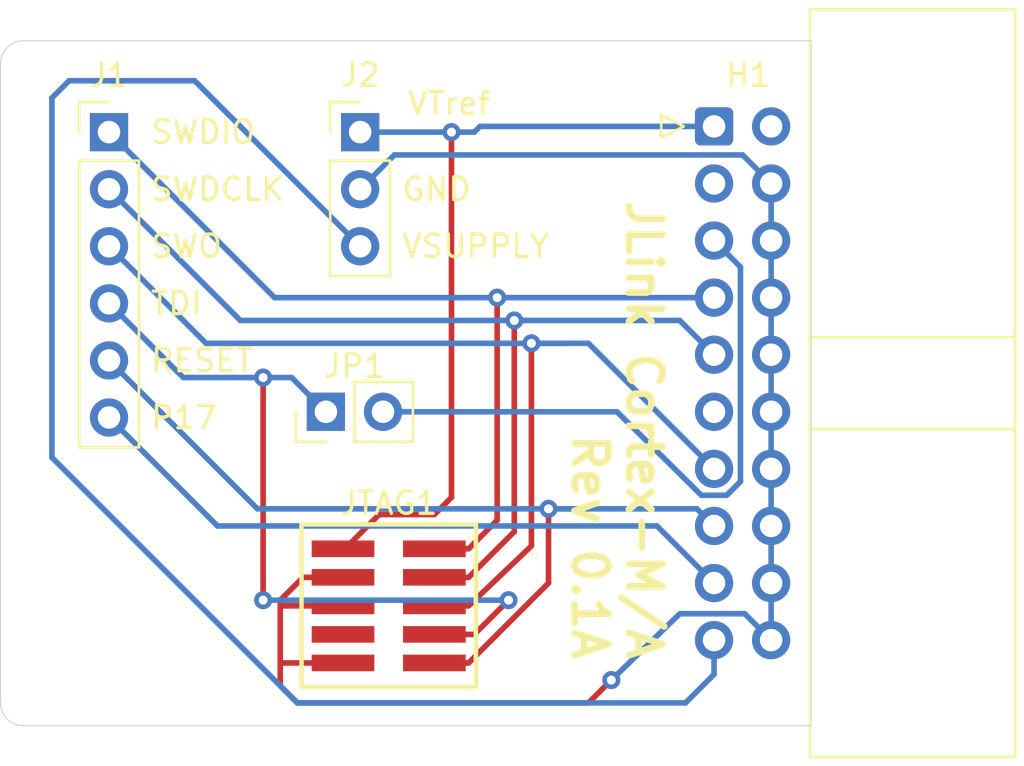
<source format=kicad_pcb>
(kicad_pcb (version 20171130) (host pcbnew "(5.1.6)-1")

  (general
    (thickness 1.6)
    (drawings 17)
    (tracks 94)
    (zones 0)
    (modules 5)
    (nets 15)
  )

  (page A4)
  (layers
    (0 F.Cu signal)
    (31 B.Cu signal)
    (33 F.Adhes user hide)
    (35 F.Paste user hide)
    (37 F.SilkS user)
    (38 B.Mask user hide)
    (39 F.Mask user hide)
    (40 Dwgs.User user hide)
    (41 Cmts.User user hide)
    (42 Eco1.User user hide)
    (43 Eco2.User user hide)
    (44 Edge.Cuts user)
    (45 Margin user hide)
    (46 B.CrtYd user hide)
    (47 F.CrtYd user hide)
    (49 F.Fab user hide)
  )

  (setup
    (last_trace_width 0.25)
    (trace_clearance 0.2)
    (zone_clearance 0.508)
    (zone_45_only no)
    (trace_min 0.2)
    (via_size 0.8)
    (via_drill 0.4)
    (via_min_size 0.4)
    (via_min_drill 0.3)
    (uvia_size 0.3)
    (uvia_drill 0.1)
    (uvias_allowed no)
    (uvia_min_size 0.2)
    (uvia_min_drill 0.1)
    (edge_width 0.05)
    (segment_width 0.2)
    (pcb_text_width 0.3)
    (pcb_text_size 1.5 1.5)
    (mod_edge_width 0.12)
    (mod_text_size 1 1)
    (mod_text_width 0.15)
    (pad_size 1.524 1.524)
    (pad_drill 0.762)
    (pad_to_mask_clearance 0.05)
    (aux_axis_origin 0 0)
    (visible_elements 7FFFFFFF)
    (pcbplotparams
      (layerselection 0x010e0_ffffffff)
      (usegerberextensions false)
      (usegerberattributes false)
      (usegerberadvancedattributes true)
      (creategerberjobfile true)
      (excludeedgelayer true)
      (linewidth 0.100000)
      (plotframeref false)
      (viasonmask false)
      (mode 1)
      (useauxorigin false)
      (hpglpennumber 1)
      (hpglpenspeed 20)
      (hpglpendiameter 15.000000)
      (psnegative false)
      (psa4output false)
      (plotreference true)
      (plotvalue true)
      (plotinvisibletext false)
      (padsonsilk false)
      (subtractmaskfromsilk false)
      (outputformat 1)
      (mirror false)
      (drillshape 0)
      (scaleselection 1)
      (outputdirectory "out/"))
  )

  (net 0 "")
  (net 1 /GND)
  (net 2 "Net-(H1-Pad2)")
  (net 3 /5V)
  (net 4 /P17)
  (net 5 /RESET)
  (net 6 /SWO)
  (net 7 "Net-(H1-Pad11)")
  (net 8 /SWDCLK)
  (net 9 /SWDIO)
  (net 10 /TDI)
  (net 11 "Net-(H1-Pad3)")
  (net 12 /VTref)
  (net 13 "Net-(JTAG1-Pad7)")
  (net 14 /TDI_IN)

  (net_class Default "This is the default net class."
    (clearance 0.2)
    (trace_width 0.25)
    (via_dia 0.8)
    (via_drill 0.4)
    (uvia_dia 0.3)
    (uvia_drill 0.1)
    (add_net /5V)
    (add_net /GND)
    (add_net /P17)
    (add_net /RESET)
    (add_net /SWDCLK)
    (add_net /SWDIO)
    (add_net /SWO)
    (add_net /TDI)
    (add_net /TDI_IN)
    (add_net /VTref)
    (add_net "Net-(H1-Pad11)")
    (add_net "Net-(H1-Pad2)")
    (add_net "Net-(H1-Pad3)")
    (add_net "Net-(JTAG1-Pad7)")
  )

  (module "(Local):SAMTEC-FTSH-105-01-X-DV" (layer F.Cu) (tedit 5F73A9D0) (tstamp 5F694716)
    (at 144.526 132.08 270)
    (descr "translated Allegro footprint")
    (path /5F64FD35)
    (fp_text reference JTAG1 (at -4.572 0 180) (layer F.SilkS)
      (effects (font (size 1 1) (thickness 0.15)))
    )
    (fp_text value FTSH-105-01-L-DV-K (at 0 0.3825 90) (layer F.Fab)
      (effects (font (size 0.5 0.5) (thickness 0.015)))
    )
    (fp_text user 0.762 (at 4.229 -4.128 90) (layer Dwgs.User)
      (effects (font (size 0.2 0.2) (thickness 0.015)))
    )
    (fp_text user 2.794 (at 3.912 -1.905 90) (layer Dwgs.User)
      (effects (font (size 0.2 0.2) (thickness 0.015)))
    )
    (fp_text user 10 (at 4.231 -1.575 90) (layer F.Fab)
      (effects (font (size 1 1) (thickness 0.015)))
    )
    (fp_text user 9 (at 4.231 2.845 90) (layer F.Fab)
      (effects (font (size 1 1) (thickness 0.015)))
    )
    (fp_text user 5.080 (at -0.66 -5.842 90) (layer Dwgs.User)
      (effects (font (size 0.2 0.2) (thickness 0.015)))
    )
    (fp_text user 6.350 (at -0.66 -1.143 90) (layer Dwgs.User)
      (effects (font (size 0.2 0.2) (thickness 0.015)))
    )
    (fp_text user 1.270 (at -5.169 -4.826 90) (layer Dwgs.User)
      (effects (font (size 0.2 0.2) (thickness 0.015)))
    )
    (fp_text user 2 (at -5.031 -1.575 90) (layer F.Fab)
      (effects (font (size 1 1) (thickness 0.015)))
    )
    (fp_text user 1 (at -5.031 2.845 90) (layer F.Fab)
      (effects (font (size 1 1) (thickness 0.015)))
    )
    (fp_text user 4.064 (at -8.217 0.127 90) (layer Dwgs.User)
      (effects (font (size 0.2 0.2) (thickness 0.015)))
    )
    (fp_text user 3.429 (at -10.058 0.127 90) (layer Dwgs.User)
      (effects (font (size 0.2 0.2) (thickness 0.015)))
    )
    (fp_line (start -3.876 1.714) (end -10.099 1.714) (layer Dwgs.User) (width 0.1))
    (fp_line (start -9.398 0.318) (end -9.398 1.714) (layer Dwgs.User) (width 0.1))
    (fp_line (start -9.557 1.08) (end -9.398 1.714) (layer Dwgs.User) (width 0.1))
    (fp_line (start -9.398 1.714) (end -9.239 1.08) (layer Dwgs.User) (width 0.1))
    (fp_line (start -9.239 1.08) (end -9.398 1.206) (layer Dwgs.User) (width 0.1))
    (fp_line (start -9.398 1.206) (end -9.557 1.08) (layer Dwgs.User) (width 0.1))
    (fp_line (start -9.398 1.714) (end -9.319 1.143) (layer Dwgs.User) (width 0.1))
    (fp_line (start -9.319 1.143) (end -9.398 1.206) (layer Dwgs.User) (width 0.1))
    (fp_line (start -9.398 1.206) (end -9.398 1.714) (layer Dwgs.User) (width 0.1))
    (fp_line (start -9.398 1.714) (end -9.477 1.143) (layer Dwgs.User) (width 0.1))
    (fp_line (start -9.477 1.143) (end -9.557 1.08) (layer Dwgs.User) (width 0.1))
    (fp_line (start -3.876 -1.714) (end -10.099 -1.714) (layer Dwgs.User) (width 0.1))
    (fp_line (start -9.398 -0.318) (end -9.398 -1.714) (layer Dwgs.User) (width 0.1))
    (fp_line (start -9.239 -1.08) (end -9.398 -1.714) (layer Dwgs.User) (width 0.1))
    (fp_line (start -9.398 -1.714) (end -9.557 -1.08) (layer Dwgs.User) (width 0.1))
    (fp_line (start -9.557 -1.08) (end -9.398 -1.206) (layer Dwgs.User) (width 0.1))
    (fp_line (start -9.398 -1.206) (end -9.239 -1.08) (layer Dwgs.User) (width 0.1))
    (fp_line (start -9.398 -1.714) (end -9.477 -1.143) (layer Dwgs.User) (width 0.1))
    (fp_line (start -9.477 -1.143) (end -9.398 -1.206) (layer Dwgs.User) (width 0.1))
    (fp_line (start -9.398 -1.206) (end -9.398 -1.714) (layer Dwgs.User) (width 0.1))
    (fp_line (start -9.398 -1.714) (end -9.319 -1.143) (layer Dwgs.User) (width 0.1))
    (fp_line (start -9.319 -1.143) (end -9.239 -1.08) (layer Dwgs.User) (width 0.1))
    (fp_line (start -3.241 2.032) (end -8.258 2.032) (layer Dwgs.User) (width 0.1))
    (fp_line (start -7.556 0.318) (end -7.556 2.032) (layer Dwgs.User) (width 0.1))
    (fp_line (start -7.715 1.397) (end -7.556 2.032) (layer Dwgs.User) (width 0.1))
    (fp_line (start -7.556 2.032) (end -7.398 1.397) (layer Dwgs.User) (width 0.1))
    (fp_line (start -7.398 1.397) (end -7.556 1.524) (layer Dwgs.User) (width 0.1))
    (fp_line (start -7.556 1.524) (end -7.715 1.397) (layer Dwgs.User) (width 0.1))
    (fp_line (start -7.556 2.032) (end -7.477 1.46) (layer Dwgs.User) (width 0.1))
    (fp_line (start -7.477 1.46) (end -7.556 1.524) (layer Dwgs.User) (width 0.1))
    (fp_line (start -7.556 1.524) (end -7.556 2.032) (layer Dwgs.User) (width 0.1))
    (fp_line (start -7.556 2.032) (end -7.636 1.46) (layer Dwgs.User) (width 0.1))
    (fp_line (start -7.636 1.46) (end -7.715 1.397) (layer Dwgs.User) (width 0.1))
    (fp_line (start -7.556 -0.318) (end -7.556 -2.032) (layer Dwgs.User) (width 0.1))
    (fp_line (start -7.398 -1.397) (end -7.556 -2.032) (layer Dwgs.User) (width 0.1))
    (fp_line (start -7.556 -2.032) (end -7.715 -1.397) (layer Dwgs.User) (width 0.1))
    (fp_line (start -7.715 -1.397) (end -7.556 -1.524) (layer Dwgs.User) (width 0.1))
    (fp_line (start -7.556 -1.524) (end -7.398 -1.397) (layer Dwgs.User) (width 0.1))
    (fp_line (start -7.556 -2.032) (end -7.636 -1.46) (layer Dwgs.User) (width 0.1))
    (fp_line (start -7.636 -1.46) (end -7.556 -1.524) (layer Dwgs.User) (width 0.1))
    (fp_line (start -7.556 -1.524) (end -7.556 -2.032) (layer Dwgs.User) (width 0.1))
    (fp_line (start -7.556 -2.032) (end -7.477 -1.46) (layer Dwgs.User) (width 0.1))
    (fp_line (start -7.477 -1.46) (end -7.398 -1.397) (layer Dwgs.User) (width 0.1))
    (fp_line (start -3.241 -2.032) (end -8.258 -2.032) (layer Dwgs.User) (width 0.1))
    (fp_poly (pts (xy -3.86 4.113) (xy -3.86 -4.113) (xy 3.86 -4.113) (xy 3.86 4.113)
      (xy -3.86 4.113)) (layer F.CrtYd) (width 0))
    (fp_line (start -3.175 1.714) (end -1.905 1.714) (layer F.Fab) (width 0.1))
    (fp_line (start -2.743 2.921) (end -2.743 1.714) (layer F.Fab) (width 0.1))
    (fp_line (start -2.337 1.714) (end -2.337 2.921) (layer F.Fab) (width 0.1))
    (fp_line (start -2.337 2.921) (end -2.743 2.921) (layer F.Fab) (width 0.1))
    (fp_line (start -3.175 -1.714) (end -3.175 1.714) (layer F.Fab) (width 0.1))
    (fp_line (start -1.905 1.714) (end -0.635 1.714) (layer F.Fab) (width 0.1))
    (fp_line (start -3.625 -3.878) (end -3.625 3.878) (layer F.SilkS) (width 0.2))
    (fp_line (start -3.625 -3.878) (end -3.625 3.878) (layer Dwgs.User) (width 0.1))
    (fp_line (start -3.625 3.878) (end 3.625 3.878) (layer F.SilkS) (width 0.2))
    (fp_line (start -3.625 3.878) (end 3.625 3.878) (layer Dwgs.User) (width 0.1))
    (fp_line (start 3.625 3.878) (end 3.625 -3.878) (layer F.SilkS) (width 0.2))
    (fp_line (start 3.625 3.878) (end 3.625 -3.878) (layer Dwgs.User) (width 0.1))
    (fp_line (start 3.625 -3.878) (end -3.625 -3.878) (layer F.SilkS) (width 0.2))
    (fp_line (start 3.625 -3.878) (end -3.625 -3.878) (layer Dwgs.User) (width 0.1))
    (fp_line (start -2.337 -0.432) (end -2.743 -0.432) (layer F.Fab) (width 0.1))
    (fp_line (start -2.743 -1.714) (end -2.743 -2.921) (layer F.Fab) (width 0.1))
    (fp_line (start -2.337 -2.921) (end -2.337 -1.714) (layer F.Fab) (width 0.1))
    (fp_line (start -2.337 0.838) (end -2.743 0.838) (layer F.Fab) (width 0.1))
    (fp_line (start -2.337 0.432) (end -2.743 0.432) (layer F.Fab) (width 0.1))
    (fp_line (start -2.337 -0.838) (end -2.743 -0.838) (layer F.Fab) (width 0.1))
    (fp_line (start -2.337 -0.432) (end -2.337 -0.838) (layer F.Fab) (width 0.1))
    (fp_line (start -2.743 0.838) (end -2.743 0.432) (layer F.Fab) (width 0.1))
    (fp_line (start -2.743 -0.432) (end -2.743 -0.838) (layer F.Fab) (width 0.1))
    (fp_line (start -2.337 0.838) (end -2.337 0.432) (layer F.Fab) (width 0.1))
    (fp_line (start -2.743 0.851) (end -2.337 0.851) (layer F.Fab) (width 0.1))
    (fp_line (start -1.905 -1.714) (end -3.175 -1.714) (layer F.Fab) (width 0.1))
    (fp_line (start -0.635 -1.714) (end -1.905 -1.714) (layer F.Fab) (width 0.1))
    (fp_line (start -3.175 1.013) (end -3.175 -1.971) (layer Dwgs.User) (width 0.1))
    (fp_line (start -0.851 -1.27) (end -3.175 -1.27) (layer Dwgs.User) (width 0.1))
    (fp_line (start -2.54 -1.429) (end -3.175 -1.27) (layer Dwgs.User) (width 0.1))
    (fp_line (start -3.175 -1.27) (end -2.54 -1.111) (layer Dwgs.User) (width 0.1))
    (fp_line (start -2.54 -1.111) (end -2.667 -1.27) (layer Dwgs.User) (width 0.1))
    (fp_line (start -2.667 -1.27) (end -2.54 -1.429) (layer Dwgs.User) (width 0.1))
    (fp_line (start -3.175 -1.27) (end -2.604 -1.191) (layer Dwgs.User) (width 0.1))
    (fp_line (start -2.604 -1.191) (end -2.667 -1.27) (layer Dwgs.User) (width 0.1))
    (fp_line (start -2.667 -1.27) (end -3.175 -1.27) (layer Dwgs.User) (width 0.1))
    (fp_line (start -3.175 -1.27) (end -2.604 -1.349) (layer Dwgs.User) (width 0.1))
    (fp_line (start -2.604 -1.349) (end -2.54 -1.429) (layer Dwgs.User) (width 0.1))
    (fp_line (start -2.337 -2.921) (end -2.743 -2.921) (layer F.Fab) (width 0.1))
    (fp_line (start -2.54 -2.733) (end -2.54 -5.654) (layer Dwgs.User) (width 0.1))
    (fp_line (start -3.658 -4.953) (end -2.54 -4.953) (layer Dwgs.User) (width 0.1))
    (fp_line (start -3.175 -4.794) (end -2.54 -4.953) (layer Dwgs.User) (width 0.1))
    (fp_line (start -2.54 -4.953) (end -3.175 -5.112) (layer Dwgs.User) (width 0.1))
    (fp_line (start -3.175 -5.112) (end -3.048 -4.953) (layer Dwgs.User) (width 0.1))
    (fp_line (start -3.048 -4.953) (end -3.175 -4.794) (layer Dwgs.User) (width 0.1))
    (fp_line (start -2.54 -4.953) (end -3.112 -5.032) (layer Dwgs.User) (width 0.1))
    (fp_line (start -3.112 -5.032) (end -3.048 -4.953) (layer Dwgs.User) (width 0.1))
    (fp_line (start -3.048 -4.953) (end -2.54 -4.953) (layer Dwgs.User) (width 0.1))
    (fp_line (start -2.54 -4.953) (end -3.112 -4.874) (layer Dwgs.User) (width 0.1))
    (fp_line (start -3.112 -4.874) (end -3.175 -4.794) (layer Dwgs.User) (width 0.1))
    (fp_line (start -2.54 -2.733) (end -2.54 -6.67) (layer Dwgs.User) (width 0.1))
    (fp_line (start -0.851 -5.969) (end -2.54 -5.969) (layer Dwgs.User) (width 0.1))
    (fp_line (start -1.905 -6.128) (end -2.54 -5.969) (layer Dwgs.User) (width 0.1))
    (fp_line (start -2.54 -5.969) (end -1.905 -5.81) (layer Dwgs.User) (width 0.1))
    (fp_line (start -1.905 -5.81) (end -2.032 -5.969) (layer Dwgs.User) (width 0.1))
    (fp_line (start -2.032 -5.969) (end -1.905 -6.128) (layer Dwgs.User) (width 0.1))
    (fp_line (start -2.54 -5.969) (end -1.968 -5.89) (layer Dwgs.User) (width 0.1))
    (fp_line (start -1.968 -5.89) (end -2.032 -5.969) (layer Dwgs.User) (width 0.1))
    (fp_line (start -2.032 -5.969) (end -2.54 -5.969) (layer Dwgs.User) (width 0.1))
    (fp_line (start -2.54 -5.969) (end -1.968 -6.048) (layer Dwgs.User) (width 0.1))
    (fp_line (start -1.968 -6.048) (end -1.905 -6.128) (layer Dwgs.User) (width 0.1))
    (fp_line (start -1.473 2.921) (end -1.473 1.714) (layer F.Fab) (width 0.1))
    (fp_line (start -1.067 1.714) (end -1.067 2.921) (layer F.Fab) (width 0.1))
    (fp_line (start -1.067 2.921) (end -1.473 2.921) (layer F.Fab) (width 0.1))
    (fp_line (start -0.635 1.714) (end 0.635 1.714) (layer F.Fab) (width 0.1))
    (fp_line (start -0.203 2.921) (end -0.203 1.714) (layer F.Fab) (width 0.1))
    (fp_line (start 0.203 1.714) (end 0.203 2.921) (layer F.Fab) (width 0.1))
    (fp_line (start 0.203 2.921) (end -0.203 2.921) (layer F.Fab) (width 0.1))
    (fp_line (start 0.635 1.714) (end 1.905 1.714) (layer F.Fab) (width 0.1))
    (fp_line (start 1.067 2.921) (end 1.067 1.714) (layer F.Fab) (width 0.1))
    (fp_line (start 1.473 1.714) (end 1.473 2.921) (layer F.Fab) (width 0.1))
    (fp_line (start 1.473 2.921) (end 1.067 2.921) (layer F.Fab) (width 0.1))
    (fp_line (start -1.067 -0.432) (end -1.473 -0.432) (layer F.Fab) (width 0.1))
    (fp_line (start -1.473 -1.714) (end -1.473 -2.921) (layer F.Fab) (width 0.1))
    (fp_line (start -1.067 -2.921) (end -1.067 -1.714) (layer F.Fab) (width 0.1))
    (fp_line (start -1.067 0.838) (end -1.473 0.838) (layer F.Fab) (width 0.1))
    (fp_line (start -1.067 0.432) (end -1.473 0.432) (layer F.Fab) (width 0.1))
    (fp_line (start -1.067 -0.838) (end -1.473 -0.838) (layer F.Fab) (width 0.1))
    (fp_line (start -1.067 -0.432) (end -1.067 -0.838) (layer F.Fab) (width 0.1))
    (fp_line (start -1.473 0.838) (end -1.473 0.432) (layer F.Fab) (width 0.1))
    (fp_line (start -1.473 -0.432) (end -1.473 -0.838) (layer F.Fab) (width 0.1))
    (fp_line (start -1.067 0.838) (end -1.067 0.432) (layer F.Fab) (width 0.1))
    (fp_line (start -1.473 0.851) (end -1.067 0.851) (layer F.Fab) (width 0.1))
    (fp_line (start 0.203 -0.432) (end -0.203 -0.432) (layer F.Fab) (width 0.1))
    (fp_line (start -0.203 -1.714) (end -0.203 -2.921) (layer F.Fab) (width 0.1))
    (fp_line (start 0.203 -2.921) (end 0.203 -1.714) (layer F.Fab) (width 0.1))
    (fp_line (start 0.203 0.838) (end -0.203 0.838) (layer F.Fab) (width 0.1))
    (fp_line (start 0.203 0.432) (end -0.203 0.432) (layer F.Fab) (width 0.1))
    (fp_line (start 0.203 -0.838) (end -0.203 -0.838) (layer F.Fab) (width 0.1))
    (fp_line (start 0.203 -0.432) (end 0.203 -0.838) (layer F.Fab) (width 0.1))
    (fp_line (start -0.203 0.838) (end -0.203 0.432) (layer F.Fab) (width 0.1))
    (fp_line (start -0.203 -0.432) (end -0.203 -0.838) (layer F.Fab) (width 0.1))
    (fp_line (start 0.203 0.838) (end 0.203 0.432) (layer F.Fab) (width 0.1))
    (fp_line (start -0.203 0.851) (end 0.203 0.851) (layer F.Fab) (width 0.1))
    (fp_line (start 0.635 -1.714) (end -0.635 -1.714) (layer F.Fab) (width 0.1))
    (fp_line (start 1.473 -0.432) (end 1.067 -0.432) (layer F.Fab) (width 0.1))
    (fp_line (start 1.067 -1.714) (end 1.067 -2.921) (layer F.Fab) (width 0.1))
    (fp_line (start 1.473 -2.921) (end 1.473 -1.714) (layer F.Fab) (width 0.1))
    (fp_line (start 1.473 0.838) (end 1.067 0.838) (layer F.Fab) (width 0.1))
    (fp_line (start 1.473 0.432) (end 1.067 0.432) (layer F.Fab) (width 0.1))
    (fp_line (start 1.473 -0.838) (end 1.067 -0.838) (layer F.Fab) (width 0.1))
    (fp_line (start 1.473 -0.432) (end 1.473 -0.838) (layer F.Fab) (width 0.1))
    (fp_line (start 1.067 0.838) (end 1.067 0.432) (layer F.Fab) (width 0.1))
    (fp_line (start 1.067 -0.432) (end 1.067 -0.838) (layer F.Fab) (width 0.1))
    (fp_line (start 1.473 0.838) (end 1.473 0.432) (layer F.Fab) (width 0.1))
    (fp_line (start 1.067 0.851) (end 1.473 0.851) (layer F.Fab) (width 0.1))
    (fp_line (start 1.905 -1.714) (end 0.635 -1.714) (layer F.Fab) (width 0.1))
    (fp_line (start 0.851 -1.27) (end 3.175 -1.27) (layer Dwgs.User) (width 0.1))
    (fp_line (start -1.067 -2.921) (end -1.473 -2.921) (layer F.Fab) (width 0.1))
    (fp_line (start 0.203 -2.921) (end -0.203 -2.921) (layer F.Fab) (width 0.1))
    (fp_line (start 1.473 -2.921) (end 1.067 -2.921) (layer F.Fab) (width 0.1))
    (fp_line (start -1.27 -2.733) (end -1.27 -5.654) (layer Dwgs.User) (width 0.1))
    (fp_line (start 0 -4.953) (end -1.27 -4.953) (layer Dwgs.User) (width 0.1))
    (fp_line (start -0.635 -5.112) (end -1.27 -4.953) (layer Dwgs.User) (width 0.1))
    (fp_line (start -1.27 -4.953) (end -0.635 -4.794) (layer Dwgs.User) (width 0.1))
    (fp_line (start -0.635 -4.794) (end -0.762 -4.953) (layer Dwgs.User) (width 0.1))
    (fp_line (start -0.762 -4.953) (end -0.635 -5.112) (layer Dwgs.User) (width 0.1))
    (fp_line (start -1.27 -4.953) (end -0.698 -4.874) (layer Dwgs.User) (width 0.1))
    (fp_line (start -0.698 -4.874) (end -0.762 -4.953) (layer Dwgs.User) (width 0.1))
    (fp_line (start -0.762 -4.953) (end -1.27 -4.953) (layer Dwgs.User) (width 0.1))
    (fp_line (start -1.27 -4.953) (end -0.698 -5.032) (layer Dwgs.User) (width 0.1))
    (fp_line (start -0.698 -5.032) (end -0.635 -5.112) (layer Dwgs.User) (width 0.1))
    (fp_line (start 0.889 -4.254) (end 2.159 -4.254) (layer Dwgs.User) (width 0.1))
    (fp_line (start 0.851 -5.969) (end 2.54 -5.969) (layer Dwgs.User) (width 0.1))
    (fp_line (start 3.175 1.714) (end 3.175 -1.714) (layer F.Fab) (width 0.1))
    (fp_line (start 1.905 1.714) (end 3.175 1.714) (layer F.Fab) (width 0.1))
    (fp_line (start 2.337 2.921) (end 2.337 1.714) (layer F.Fab) (width 0.1))
    (fp_line (start 2.743 1.714) (end 2.743 2.921) (layer F.Fab) (width 0.1))
    (fp_line (start 2.743 2.921) (end 2.337 2.921) (layer F.Fab) (width 0.1))
    (fp_line (start 2.743 -0.432) (end 2.337 -0.432) (layer F.Fab) (width 0.1))
    (fp_line (start 2.337 -1.714) (end 2.337 -2.921) (layer F.Fab) (width 0.1))
    (fp_line (start 2.743 -2.921) (end 2.743 -1.714) (layer F.Fab) (width 0.1))
    (fp_line (start 2.743 0.838) (end 2.337 0.838) (layer F.Fab) (width 0.1))
    (fp_line (start 2.743 0.432) (end 2.337 0.432) (layer F.Fab) (width 0.1))
    (fp_line (start 2.743 -0.838) (end 2.337 -0.838) (layer F.Fab) (width 0.1))
    (fp_line (start 2.743 -0.432) (end 2.743 -0.838) (layer F.Fab) (width 0.1))
    (fp_line (start 2.337 0.838) (end 2.337 0.432) (layer F.Fab) (width 0.1))
    (fp_line (start 2.337 -0.432) (end 2.337 -0.838) (layer F.Fab) (width 0.1))
    (fp_line (start 2.743 0.838) (end 2.743 0.432) (layer F.Fab) (width 0.1))
    (fp_line (start 2.337 0.851) (end 2.743 0.851) (layer F.Fab) (width 0.1))
    (fp_line (start 3.175 -1.714) (end 1.905 -1.714) (layer F.Fab) (width 0.1))
    (fp_line (start 4.257 -0.635) (end 5.273 -0.635) (layer Dwgs.User) (width 0.1))
    (fp_line (start 4.572 -1.714) (end 4.572 -0.635) (layer Dwgs.User) (width 0.1))
    (fp_line (start 4.413 -1.27) (end 4.572 -0.635) (layer Dwgs.User) (width 0.1))
    (fp_line (start 4.572 -0.635) (end 4.731 -1.27) (layer Dwgs.User) (width 0.1))
    (fp_line (start 4.731 -1.27) (end 4.572 -1.143) (layer Dwgs.User) (width 0.1))
    (fp_line (start 4.572 -1.143) (end 4.413 -1.27) (layer Dwgs.User) (width 0.1))
    (fp_line (start 4.572 -0.635) (end 4.651 -1.206) (layer Dwgs.User) (width 0.1))
    (fp_line (start 4.651 -1.206) (end 4.572 -1.143) (layer Dwgs.User) (width 0.1))
    (fp_line (start 4.572 -1.143) (end 4.572 -0.635) (layer Dwgs.User) (width 0.1))
    (fp_line (start 4.572 -0.635) (end 4.493 -1.206) (layer Dwgs.User) (width 0.1))
    (fp_line (start 4.493 -1.206) (end 4.413 -1.27) (layer Dwgs.User) (width 0.1))
    (fp_line (start 3.175 1.013) (end 3.175 -1.971) (layer Dwgs.User) (width 0.1))
    (fp_line (start 2.54 -1.111) (end 3.175 -1.27) (layer Dwgs.User) (width 0.1))
    (fp_line (start 3.175 -1.27) (end 2.54 -1.429) (layer Dwgs.User) (width 0.1))
    (fp_line (start 2.54 -1.429) (end 2.667 -1.27) (layer Dwgs.User) (width 0.1))
    (fp_line (start 2.667 -1.27) (end 2.54 -1.111) (layer Dwgs.User) (width 0.1))
    (fp_line (start 3.175 -1.27) (end 2.604 -1.349) (layer Dwgs.User) (width 0.1))
    (fp_line (start 2.604 -1.349) (end 2.667 -1.27) (layer Dwgs.User) (width 0.1))
    (fp_line (start 2.667 -1.27) (end 3.175 -1.27) (layer Dwgs.User) (width 0.1))
    (fp_line (start 3.175 -1.27) (end 2.604 -1.191) (layer Dwgs.User) (width 0.1))
    (fp_line (start 2.604 -1.191) (end 2.54 -1.111) (layer Dwgs.User) (width 0.1))
    (fp_line (start 2.743 -2.921) (end 2.337 -2.921) (layer F.Fab) (width 0.1))
    (fp_line (start 2.54 -2.733) (end 2.54 -6.67) (layer Dwgs.User) (width 0.1))
    (fp_line (start 2.159 -4.003) (end 2.159 -4.956) (layer Dwgs.User) (width 0.1))
    (fp_line (start 2.921 -4.003) (end 2.921 -4.956) (layer Dwgs.User) (width 0.1))
    (fp_line (start 1.524 -4.096) (end 2.159 -4.254) (layer Dwgs.User) (width 0.1))
    (fp_line (start 2.159 -4.254) (end 1.524 -4.413) (layer Dwgs.User) (width 0.1))
    (fp_line (start 1.524 -4.413) (end 1.651 -4.254) (layer Dwgs.User) (width 0.1))
    (fp_line (start 1.651 -4.254) (end 1.524 -4.096) (layer Dwgs.User) (width 0.1))
    (fp_line (start 2.159 -4.254) (end 1.588 -4.334) (layer Dwgs.User) (width 0.1))
    (fp_line (start 1.588 -4.334) (end 1.651 -4.254) (layer Dwgs.User) (width 0.1))
    (fp_line (start 1.651 -4.254) (end 2.159 -4.254) (layer Dwgs.User) (width 0.1))
    (fp_line (start 2.159 -4.254) (end 1.588 -4.175) (layer Dwgs.User) (width 0.1))
    (fp_line (start 1.588 -4.175) (end 1.524 -4.096) (layer Dwgs.User) (width 0.1))
    (fp_line (start 4.039 -4.254) (end 2.921 -4.254) (layer Dwgs.User) (width 0.1))
    (fp_line (start 3.556 -4.413) (end 2.921 -4.254) (layer Dwgs.User) (width 0.1))
    (fp_line (start 2.921 -4.254) (end 3.556 -4.096) (layer Dwgs.User) (width 0.1))
    (fp_line (start 3.556 -4.096) (end 3.429 -4.254) (layer Dwgs.User) (width 0.1))
    (fp_line (start 3.429 -4.254) (end 3.556 -4.413) (layer Dwgs.User) (width 0.1))
    (fp_line (start 2.921 -4.254) (end 3.492 -4.175) (layer Dwgs.User) (width 0.1))
    (fp_line (start 3.492 -4.175) (end 3.429 -4.254) (layer Dwgs.User) (width 0.1))
    (fp_line (start 3.429 -4.254) (end 2.921 -4.254) (layer Dwgs.User) (width 0.1))
    (fp_line (start 2.921 -4.254) (end 3.492 -4.334) (layer Dwgs.User) (width 0.1))
    (fp_line (start 3.492 -4.334) (end 3.556 -4.413) (layer Dwgs.User) (width 0.1))
    (fp_line (start 4.257 -3.429) (end 5.273 -3.429) (layer Dwgs.User) (width 0.1))
    (fp_line (start 4.572 -2.35) (end 4.572 -3.429) (layer Dwgs.User) (width 0.1))
    (fp_line (start 4.731 -2.794) (end 4.572 -3.429) (layer Dwgs.User) (width 0.1))
    (fp_line (start 4.572 -3.429) (end 4.413 -2.794) (layer Dwgs.User) (width 0.1))
    (fp_line (start 4.413 -2.794) (end 4.572 -2.921) (layer Dwgs.User) (width 0.1))
    (fp_line (start 4.572 -2.921) (end 4.731 -2.794) (layer Dwgs.User) (width 0.1))
    (fp_line (start 4.572 -3.429) (end 4.493 -2.858) (layer Dwgs.User) (width 0.1))
    (fp_line (start 4.493 -2.858) (end 4.572 -2.921) (layer Dwgs.User) (width 0.1))
    (fp_line (start 4.572 -2.921) (end 4.572 -3.429) (layer Dwgs.User) (width 0.1))
    (fp_line (start 4.572 -3.429) (end 4.651 -2.858) (layer Dwgs.User) (width 0.1))
    (fp_line (start 4.651 -2.858) (end 4.731 -2.794) (layer Dwgs.User) (width 0.1))
    (fp_line (start 1.905 -5.81) (end 2.54 -5.969) (layer Dwgs.User) (width 0.1))
    (fp_line (start 2.54 -5.969) (end 1.905 -6.128) (layer Dwgs.User) (width 0.1))
    (fp_line (start 1.905 -6.128) (end 2.032 -5.969) (layer Dwgs.User) (width 0.1))
    (fp_line (start 2.032 -5.969) (end 1.905 -5.81) (layer Dwgs.User) (width 0.1))
    (fp_line (start 2.54 -5.969) (end 1.968 -6.048) (layer Dwgs.User) (width 0.1))
    (fp_line (start 1.968 -6.048) (end 2.032 -5.969) (layer Dwgs.User) (width 0.1))
    (fp_line (start 2.032 -5.969) (end 2.54 -5.969) (layer Dwgs.User) (width 0.1))
    (fp_line (start 2.54 -5.969) (end 1.968 -5.89) (layer Dwgs.User) (width 0.1))
    (fp_line (start 1.968 -5.89) (end 1.905 -5.81) (layer Dwgs.User) (width 0.1))
    (fp_poly (pts (xy -2.961 0.586) (xy -2.119 0.586) (xy -2.119 3.478) (xy -2.961 3.478)) (layer F.Mask) (width 0.01))
    (fp_poly (pts (xy -2.91 0.637) (xy -2.17 0.637) (xy -2.17 3.427) (xy -2.91 3.427)) (layer F.Paste) (width 0.01))
    (fp_poly (pts (xy -2.961 -3.478) (xy -2.119 -3.478) (xy -2.119 -0.586) (xy -2.961 -0.586)) (layer F.Mask) (width 0.01))
    (fp_poly (pts (xy -2.91 -3.427) (xy -2.17 -3.427) (xy -2.17 -0.637) (xy -2.91 -0.637)) (layer F.Paste) (width 0.01))
    (fp_poly (pts (xy -1.691 0.586) (xy -0.849 0.586) (xy -0.849 3.478) (xy -1.691 3.478)) (layer F.Mask) (width 0.01))
    (fp_poly (pts (xy -1.64 0.637) (xy -0.9 0.637) (xy -0.9 3.427) (xy -1.64 3.427)) (layer F.Paste) (width 0.01))
    (fp_poly (pts (xy -1.691 -3.478) (xy -0.849 -3.478) (xy -0.849 -0.586) (xy -1.691 -0.586)) (layer F.Mask) (width 0.01))
    (fp_poly (pts (xy -1.64 -3.427) (xy -0.9 -3.427) (xy -0.9 -0.637) (xy -1.64 -0.637)) (layer F.Paste) (width 0.01))
    (fp_poly (pts (xy -0.421 0.586) (xy 0.421 0.586) (xy 0.421 3.478) (xy -0.421 3.478)) (layer F.Mask) (width 0.01))
    (fp_poly (pts (xy -0.37 0.637) (xy 0.37 0.637) (xy 0.37 3.427) (xy -0.37 3.427)) (layer F.Paste) (width 0.01))
    (fp_poly (pts (xy -0.421 -3.478) (xy 0.421 -3.478) (xy 0.421 -0.586) (xy -0.421 -0.586)) (layer F.Mask) (width 0.01))
    (fp_poly (pts (xy -0.37 -3.427) (xy 0.37 -3.427) (xy 0.37 -0.637) (xy -0.37 -0.637)) (layer F.Paste) (width 0.01))
    (fp_poly (pts (xy 0.849 0.586) (xy 1.691 0.586) (xy 1.691 3.478) (xy 0.849 3.478)) (layer F.Mask) (width 0.01))
    (fp_poly (pts (xy 0.9 0.637) (xy 1.64 0.637) (xy 1.64 3.427) (xy 0.9 3.427)) (layer F.Paste) (width 0.01))
    (fp_poly (pts (xy 0.849 -3.478) (xy 1.691 -3.478) (xy 1.691 -0.586) (xy 0.849 -0.586)) (layer F.Mask) (width 0.01))
    (fp_poly (pts (xy 0.9 -3.427) (xy 1.64 -3.427) (xy 1.64 -0.637) (xy 0.9 -0.637)) (layer F.Paste) (width 0.01))
    (fp_poly (pts (xy 2.119 0.586) (xy 2.961 0.586) (xy 2.961 3.478) (xy 2.119 3.478)) (layer F.Mask) (width 0.01))
    (fp_poly (pts (xy 2.17 0.637) (xy 2.91 0.637) (xy 2.91 3.427) (xy 2.17 3.427)) (layer F.Paste) (width 0.01))
    (fp_poly (pts (xy 2.119 -3.478) (xy 2.961 -3.478) (xy 2.961 -0.586) (xy 2.119 -0.586)) (layer F.Mask) (width 0.01))
    (fp_poly (pts (xy 2.17 -3.427) (xy 2.91 -3.427) (xy 2.91 -0.637) (xy 2.17 -0.637)) (layer F.Paste) (width 0.01))
    (pad 10 smd rect (at 2.54 -2.032 270) (size 0.74 2.79) (layers F.Cu F.Paste)
      (net 5 /RESET))
    (pad 9 smd rect (at 2.54 2.032 270) (size 0.74 2.79) (layers F.Cu F.Paste)
      (net 1 /GND))
    (pad 8 smd rect (at 1.27 -2.032 270) (size 0.74 2.79) (layers F.Cu F.Paste)
      (net 14 /TDI_IN))
    (pad 7 smd rect (at 1.27 2.032 270) (size 0.74 2.79) (layers F.Cu F.Paste)
      (net 13 "Net-(JTAG1-Pad7)"))
    (pad 6 smd rect (at 0 -2.032 270) (size 0.74 2.79) (layers F.Cu F.Paste)
      (net 6 /SWO))
    (pad 5 smd rect (at 0 2.032 270) (size 0.74 2.79) (layers F.Cu F.Paste)
      (net 1 /GND))
    (pad 4 smd rect (at -1.27 -2.032 270) (size 0.74 2.79) (layers F.Cu F.Paste)
      (net 8 /SWDCLK))
    (pad 3 smd rect (at -1.27 2.032 270) (size 0.74 2.79) (layers F.Cu F.Paste)
      (net 1 /GND))
    (pad 2 smd rect (at -2.54 -2.032 270) (size 0.74 2.79) (layers F.Cu F.Paste)
      (net 9 /SWDIO))
    (pad 1 smd rect (at -2.54 2.032 270) (size 0.74 2.79) (layers F.Cu F.Paste)
      (net 12 /VTref))
  )

  (module Connector_PinHeader_2.54mm:PinHeader_1x02_P2.54mm_Vertical (layer F.Cu) (tedit 59FED5CC) (tstamp 5F73BE23)
    (at 141.732 123.444 90)
    (descr "Through hole straight pin header, 1x02, 2.54mm pitch, single row")
    (tags "Through hole pin header THT 1x02 2.54mm single row")
    (path /5F73C045)
    (fp_text reference JP1 (at 2.032 1.27 180) (layer F.SilkS)
      (effects (font (size 1 1) (thickness 0.15)))
    )
    (fp_text value 855-M50-3530342 (at 0 4.87 90) (layer F.Fab)
      (effects (font (size 1 1) (thickness 0.15)))
    )
    (fp_text user %R (at 0 1.27) (layer F.Fab)
      (effects (font (size 1 1) (thickness 0.15)))
    )
    (fp_line (start -0.635 -1.27) (end 1.27 -1.27) (layer F.Fab) (width 0.1))
    (fp_line (start 1.27 -1.27) (end 1.27 3.81) (layer F.Fab) (width 0.1))
    (fp_line (start 1.27 3.81) (end -1.27 3.81) (layer F.Fab) (width 0.1))
    (fp_line (start -1.27 3.81) (end -1.27 -0.635) (layer F.Fab) (width 0.1))
    (fp_line (start -1.27 -0.635) (end -0.635 -1.27) (layer F.Fab) (width 0.1))
    (fp_line (start -1.33 3.87) (end 1.33 3.87) (layer F.SilkS) (width 0.12))
    (fp_line (start -1.33 1.27) (end -1.33 3.87) (layer F.SilkS) (width 0.12))
    (fp_line (start 1.33 1.27) (end 1.33 3.87) (layer F.SilkS) (width 0.12))
    (fp_line (start -1.33 1.27) (end 1.33 1.27) (layer F.SilkS) (width 0.12))
    (fp_line (start -1.33 0) (end -1.33 -1.33) (layer F.SilkS) (width 0.12))
    (fp_line (start -1.33 -1.33) (end 0 -1.33) (layer F.SilkS) (width 0.12))
    (fp_line (start -1.8 -1.8) (end -1.8 4.35) (layer F.CrtYd) (width 0.05))
    (fp_line (start -1.8 4.35) (end 1.8 4.35) (layer F.CrtYd) (width 0.05))
    (fp_line (start 1.8 4.35) (end 1.8 -1.8) (layer F.CrtYd) (width 0.05))
    (fp_line (start 1.8 -1.8) (end -1.8 -1.8) (layer F.CrtYd) (width 0.05))
    (pad 2 thru_hole oval (at 0 2.54 90) (size 1.7 1.7) (drill 1) (layers *.Cu *.Mask)
      (net 10 /TDI))
    (pad 1 thru_hole rect (at 0 0 90) (size 1.7 1.7) (drill 1) (layers *.Cu *.Mask)
      (net 14 /TDI_IN))
    (model ${KISYS3DMOD}/Connector_PinHeader_2.54mm.3dshapes/PinHeader_1x02_P2.54mm_Vertical.wrl
      (at (xyz 0 0 0))
      (scale (xyz 1 1 1))
      (rotate (xyz 0 0 0))
    )
  )

  (module Connector_IDC:IDC-Header_2x10_P2.54mm_Horizontal (layer F.Cu) (tedit 5EAC9A08) (tstamp 5F65495D)
    (at 159.004 110.744)
    (descr "Through hole IDC box header, 2x10, 2.54mm pitch, DIN 41651 / IEC 60603-13, double rows, https://docs.google.com/spreadsheets/d/16SsEcesNF15N3Lb4niX7dcUr-NY5_MFPQhobNuNppn4/edit#gid=0")
    (tags "Through hole horizontal IDC box header THT 2x10 2.54mm double row")
    (path /5F661477)
    (fp_text reference H1 (at 1.524 -2.286) (layer F.SilkS)
      (effects (font (size 1 1) (thickness 0.15)))
    )
    (fp_text value 200-SSW11002TDRA (at 14.986 11.43 90) (layer F.Fab) hide
      (effects (font (size 1 1) (thickness 0.15)))
    )
    (fp_line (start 4.38 -4.1) (end 5.38 -5.1) (layer F.Fab) (width 0.1))
    (fp_line (start 4.38 9.38) (end 13.28 9.38) (layer F.Fab) (width 0.1))
    (fp_line (start 4.38 13.48) (end 13.28 13.48) (layer F.Fab) (width 0.1))
    (fp_line (start 4.27 9.38) (end 13.39 9.38) (layer F.SilkS) (width 0.12))
    (fp_line (start 4.27 13.48) (end 13.39 13.48) (layer F.SilkS) (width 0.12))
    (fp_line (start 4.38 -0.32) (end -0.32 -0.32) (layer F.Fab) (width 0.1))
    (fp_line (start -0.32 -0.32) (end -0.32 0.32) (layer F.Fab) (width 0.1))
    (fp_line (start -0.32 0.32) (end 4.38 0.32) (layer F.Fab) (width 0.1))
    (fp_line (start 4.38 2.22) (end -0.32 2.22) (layer F.Fab) (width 0.1))
    (fp_line (start -0.32 2.22) (end -0.32 2.86) (layer F.Fab) (width 0.1))
    (fp_line (start -0.32 2.86) (end 4.38 2.86) (layer F.Fab) (width 0.1))
    (fp_line (start 4.38 4.76) (end -0.32 4.76) (layer F.Fab) (width 0.1))
    (fp_line (start -0.32 4.76) (end -0.32 5.4) (layer F.Fab) (width 0.1))
    (fp_line (start -0.32 5.4) (end 4.38 5.4) (layer F.Fab) (width 0.1))
    (fp_line (start 4.38 7.3) (end -0.32 7.3) (layer F.Fab) (width 0.1))
    (fp_line (start -0.32 7.3) (end -0.32 7.94) (layer F.Fab) (width 0.1))
    (fp_line (start -0.32 7.94) (end 4.38 7.94) (layer F.Fab) (width 0.1))
    (fp_line (start 4.38 9.84) (end -0.32 9.84) (layer F.Fab) (width 0.1))
    (fp_line (start -0.32 9.84) (end -0.32 10.48) (layer F.Fab) (width 0.1))
    (fp_line (start -0.32 10.48) (end 4.38 10.48) (layer F.Fab) (width 0.1))
    (fp_line (start 4.38 12.38) (end -0.32 12.38) (layer F.Fab) (width 0.1))
    (fp_line (start -0.32 12.38) (end -0.32 13.02) (layer F.Fab) (width 0.1))
    (fp_line (start -0.32 13.02) (end 4.38 13.02) (layer F.Fab) (width 0.1))
    (fp_line (start 4.38 14.92) (end -0.32 14.92) (layer F.Fab) (width 0.1))
    (fp_line (start -0.32 14.92) (end -0.32 15.56) (layer F.Fab) (width 0.1))
    (fp_line (start -0.32 15.56) (end 4.38 15.56) (layer F.Fab) (width 0.1))
    (fp_line (start 4.38 17.46) (end -0.32 17.46) (layer F.Fab) (width 0.1))
    (fp_line (start -0.32 17.46) (end -0.32 18.1) (layer F.Fab) (width 0.1))
    (fp_line (start -0.32 18.1) (end 4.38 18.1) (layer F.Fab) (width 0.1))
    (fp_line (start 4.38 20) (end -0.32 20) (layer F.Fab) (width 0.1))
    (fp_line (start -0.32 20) (end -0.32 20.64) (layer F.Fab) (width 0.1))
    (fp_line (start -0.32 20.64) (end 4.38 20.64) (layer F.Fab) (width 0.1))
    (fp_line (start 4.38 22.54) (end -0.32 22.54) (layer F.Fab) (width 0.1))
    (fp_line (start -0.32 22.54) (end -0.32 23.18) (layer F.Fab) (width 0.1))
    (fp_line (start -0.32 23.18) (end 4.38 23.18) (layer F.Fab) (width 0.1))
    (fp_line (start 5.38 -5.1) (end 13.28 -5.1) (layer F.Fab) (width 0.1))
    (fp_line (start 13.28 -5.1) (end 13.28 27.96) (layer F.Fab) (width 0.1))
    (fp_line (start 13.28 27.96) (end 4.38 27.96) (layer F.Fab) (width 0.1))
    (fp_line (start 4.38 27.96) (end 4.38 -4.1) (layer F.Fab) (width 0.1))
    (fp_line (start 4.27 -5.21) (end 13.39 -5.21) (layer F.SilkS) (width 0.12))
    (fp_line (start 13.39 -5.21) (end 13.39 28.07) (layer F.SilkS) (width 0.12))
    (fp_line (start 13.39 28.07) (end 4.27 28.07) (layer F.SilkS) (width 0.12))
    (fp_line (start 4.27 28.07) (end 4.27 -5.21) (layer F.SilkS) (width 0.12))
    (fp_line (start -1.35 0) (end -2.35 -0.5) (layer F.SilkS) (width 0.12))
    (fp_line (start -2.35 -0.5) (end -2.35 0.5) (layer F.SilkS) (width 0.12))
    (fp_line (start -2.35 0.5) (end -1.35 0) (layer F.SilkS) (width 0.12))
    (fp_line (start -1.35 -5.6) (end -1.35 28.46) (layer F.CrtYd) (width 0.05))
    (fp_line (start -1.35 28.46) (end 13.78 28.46) (layer F.CrtYd) (width 0.05))
    (fp_line (start 13.78 28.46) (end 13.78 -5.6) (layer F.CrtYd) (width 0.05))
    (fp_line (start 13.78 -5.6) (end -1.35 -5.6) (layer F.CrtYd) (width 0.05))
    (pad 20 thru_hole circle (at 2.54 22.86) (size 1.7 1.7) (drill 1) (layers *.Cu *.Mask)
      (net 1 /GND))
    (pad 18 thru_hole circle (at 2.54 20.32) (size 1.7 1.7) (drill 1) (layers *.Cu *.Mask)
      (net 1 /GND))
    (pad 16 thru_hole circle (at 2.54 17.78) (size 1.7 1.7) (drill 1) (layers *.Cu *.Mask)
      (net 1 /GND))
    (pad 14 thru_hole circle (at 2.54 15.24) (size 1.7 1.7) (drill 1) (layers *.Cu *.Mask)
      (net 1 /GND))
    (pad 12 thru_hole circle (at 2.54 12.7) (size 1.7 1.7) (drill 1) (layers *.Cu *.Mask)
      (net 1 /GND))
    (pad 10 thru_hole circle (at 2.54 10.16) (size 1.7 1.7) (drill 1) (layers *.Cu *.Mask)
      (net 1 /GND))
    (pad 8 thru_hole circle (at 2.54 7.62) (size 1.7 1.7) (drill 1) (layers *.Cu *.Mask)
      (net 1 /GND))
    (pad 6 thru_hole circle (at 2.54 5.08) (size 1.7 1.7) (drill 1) (layers *.Cu *.Mask)
      (net 1 /GND))
    (pad 4 thru_hole circle (at 2.54 2.54) (size 1.7 1.7) (drill 1) (layers *.Cu *.Mask)
      (net 1 /GND))
    (pad 2 thru_hole circle (at 2.54 0) (size 1.7 1.7) (drill 1) (layers *.Cu *.Mask)
      (net 2 "Net-(H1-Pad2)"))
    (pad 19 thru_hole circle (at 0 22.86) (size 1.7 1.7) (drill 1) (layers *.Cu *.Mask)
      (net 3 /5V))
    (pad 17 thru_hole circle (at 0 20.32) (size 1.7 1.7) (drill 1) (layers *.Cu *.Mask)
      (net 4 /P17))
    (pad 15 thru_hole circle (at 0 17.78) (size 1.7 1.7) (drill 1) (layers *.Cu *.Mask)
      (net 5 /RESET))
    (pad 13 thru_hole circle (at 0 15.24) (size 1.7 1.7) (drill 1) (layers *.Cu *.Mask)
      (net 6 /SWO))
    (pad 11 thru_hole circle (at 0 12.7) (size 1.7 1.7) (drill 1) (layers *.Cu *.Mask)
      (net 7 "Net-(H1-Pad11)"))
    (pad 9 thru_hole circle (at 0 10.16) (size 1.7 1.7) (drill 1) (layers *.Cu *.Mask)
      (net 8 /SWDCLK))
    (pad 7 thru_hole circle (at 0 7.62) (size 1.7 1.7) (drill 1) (layers *.Cu *.Mask)
      (net 9 /SWDIO))
    (pad 5 thru_hole circle (at 0 5.08) (size 1.7 1.7) (drill 1) (layers *.Cu *.Mask)
      (net 10 /TDI))
    (pad 3 thru_hole circle (at 0 2.54) (size 1.7 1.7) (drill 1) (layers *.Cu *.Mask)
      (net 11 "Net-(H1-Pad3)"))
    (pad 1 thru_hole roundrect (at 0 0) (size 1.7 1.7) (drill 1) (layers *.Cu *.Mask) (roundrect_rratio 0.147059)
      (net 12 /VTref))
    (model ${KISYS3DMOD}/Connector_IDC.3dshapes/IDC-Header_2x10_P2.54mm_Horizontal.wrl
      (at (xyz 0 0 0))
      (scale (xyz 1 1 1))
      (rotate (xyz 0 0 0))
    )
  )

  (module Connector_PinHeader_2.54mm:PinHeader_1x06_P2.54mm_Vertical (layer F.Cu) (tedit 59FED5CC) (tstamp 5F654977)
    (at 132.08 110.998)
    (descr "Through hole straight pin header, 1x06, 2.54mm pitch, single row")
    (tags "Through hole pin header THT 1x06 2.54mm single row")
    (path /5F67F15F)
    (fp_text reference J1 (at 0 -2.54) (layer F.SilkS)
      (effects (font (size 1 1) (thickness 0.15)))
    )
    (fp_text value Data (at 0 -2.54) (layer F.Fab) hide
      (effects (font (size 1 1) (thickness 0.15)))
    )
    (fp_line (start -0.635 -1.27) (end 1.27 -1.27) (layer F.Fab) (width 0.1))
    (fp_line (start 1.27 -1.27) (end 1.27 13.97) (layer F.Fab) (width 0.1))
    (fp_line (start 1.27 13.97) (end -1.27 13.97) (layer F.Fab) (width 0.1))
    (fp_line (start -1.27 13.97) (end -1.27 -0.635) (layer F.Fab) (width 0.1))
    (fp_line (start -1.27 -0.635) (end -0.635 -1.27) (layer F.Fab) (width 0.1))
    (fp_line (start -1.33 14.03) (end 1.33 14.03) (layer F.SilkS) (width 0.12))
    (fp_line (start -1.33 1.27) (end -1.33 14.03) (layer F.SilkS) (width 0.12))
    (fp_line (start 1.33 1.27) (end 1.33 14.03) (layer F.SilkS) (width 0.12))
    (fp_line (start -1.33 1.27) (end 1.33 1.27) (layer F.SilkS) (width 0.12))
    (fp_line (start -1.33 0) (end -1.33 -1.33) (layer F.SilkS) (width 0.12))
    (fp_line (start -1.33 -1.33) (end 0 -1.33) (layer F.SilkS) (width 0.12))
    (fp_line (start -1.8 -1.8) (end -1.8 14.5) (layer F.CrtYd) (width 0.05))
    (fp_line (start -1.8 14.5) (end 1.8 14.5) (layer F.CrtYd) (width 0.05))
    (fp_line (start 1.8 14.5) (end 1.8 -1.8) (layer F.CrtYd) (width 0.05))
    (fp_line (start 1.8 -1.8) (end -1.8 -1.8) (layer F.CrtYd) (width 0.05))
    (pad 6 thru_hole oval (at 0 12.7) (size 1.7 1.7) (drill 1) (layers *.Cu *.Mask)
      (net 4 /P17))
    (pad 5 thru_hole oval (at 0 10.16) (size 1.7 1.7) (drill 1) (layers *.Cu *.Mask)
      (net 5 /RESET))
    (pad 4 thru_hole oval (at 0 7.62) (size 1.7 1.7) (drill 1) (layers *.Cu *.Mask)
      (net 14 /TDI_IN))
    (pad 3 thru_hole oval (at 0 5.08) (size 1.7 1.7) (drill 1) (layers *.Cu *.Mask)
      (net 6 /SWO))
    (pad 2 thru_hole oval (at 0 2.54) (size 1.7 1.7) (drill 1) (layers *.Cu *.Mask)
      (net 8 /SWDCLK))
    (pad 1 thru_hole rect (at 0 0) (size 1.7 1.7) (drill 1) (layers *.Cu *.Mask)
      (net 9 /SWDIO))
    (model ${KISYS3DMOD}/Connector_PinHeader_2.54mm.3dshapes/PinHeader_1x06_P2.54mm_Vertical.wrl
      (at (xyz 0 0 0))
      (scale (xyz 1 1 1))
      (rotate (xyz 0 0 0))
    )
  )

  (module Connector_PinHeader_2.54mm:PinHeader_1x03_P2.54mm_Vertical (layer F.Cu) (tedit 59FED5CC) (tstamp 5F65498E)
    (at 143.256 110.998)
    (descr "Through hole straight pin header, 1x03, 2.54mm pitch, single row")
    (tags "Through hole pin header THT 1x03 2.54mm single row")
    (path /5F65A72D)
    (fp_text reference J2 (at 0 -2.54) (layer F.SilkS)
      (effects (font (size 1 1) (thickness 0.15)))
    )
    (fp_text value Power (at 0 -2.54) (layer F.Fab) hide
      (effects (font (size 1 1) (thickness 0.15)))
    )
    (fp_line (start -0.635 -1.27) (end 1.27 -1.27) (layer F.Fab) (width 0.1))
    (fp_line (start 1.27 -1.27) (end 1.27 6.35) (layer F.Fab) (width 0.1))
    (fp_line (start 1.27 6.35) (end -1.27 6.35) (layer F.Fab) (width 0.1))
    (fp_line (start -1.27 6.35) (end -1.27 -0.635) (layer F.Fab) (width 0.1))
    (fp_line (start -1.27 -0.635) (end -0.635 -1.27) (layer F.Fab) (width 0.1))
    (fp_line (start -1.33 6.41) (end 1.33 6.41) (layer F.SilkS) (width 0.12))
    (fp_line (start -1.33 1.27) (end -1.33 6.41) (layer F.SilkS) (width 0.12))
    (fp_line (start 1.33 1.27) (end 1.33 6.41) (layer F.SilkS) (width 0.12))
    (fp_line (start -1.33 1.27) (end 1.33 1.27) (layer F.SilkS) (width 0.12))
    (fp_line (start -1.33 0) (end -1.33 -1.33) (layer F.SilkS) (width 0.12))
    (fp_line (start -1.33 -1.33) (end 0 -1.33) (layer F.SilkS) (width 0.12))
    (fp_line (start -1.8 -1.8) (end -1.8 6.85) (layer F.CrtYd) (width 0.05))
    (fp_line (start -1.8 6.85) (end 1.8 6.85) (layer F.CrtYd) (width 0.05))
    (fp_line (start 1.8 6.85) (end 1.8 -1.8) (layer F.CrtYd) (width 0.05))
    (fp_line (start 1.8 -1.8) (end -1.8 -1.8) (layer F.CrtYd) (width 0.05))
    (fp_text user %R (at 0 2.54 90) (layer F.Fab)
      (effects (font (size 1 1) (thickness 0.15)))
    )
    (pad 3 thru_hole oval (at 0 5.08) (size 1.7 1.7) (drill 1) (layers *.Cu *.Mask)
      (net 3 /5V))
    (pad 2 thru_hole oval (at 0 2.54) (size 1.7 1.7) (drill 1) (layers *.Cu *.Mask)
      (net 1 /GND))
    (pad 1 thru_hole rect (at 0 0) (size 1.7 1.7) (drill 1) (layers *.Cu *.Mask)
      (net 12 /VTref))
    (model ${KISYS3DMOD}/Connector_PinHeader_2.54mm.3dshapes/PinHeader_1x03_P2.54mm_Vertical.wrl
      (at (xyz 0 0 0))
      (scale (xyz 1 1 1))
      (rotate (xyz 0 0 0))
    )
  )

  (gr_text "JLink Cortex-M/A\nRev 0.1A" (at 154.686 134.62 -90) (layer F.SilkS)
    (effects (font (size 1.5 1.5) (thickness 0.3)) (justify right))
  )
  (gr_arc (start 128.27 136.398) (end 127.254 136.398) (angle -90) (layer Edge.Cuts) (width 0.05))
  (gr_arc (start 128.27 107.95) (end 128.27 106.934) (angle -90) (layer Edge.Cuts) (width 0.05))
  (gr_line (start 127.254 107.95) (end 127.254 136.398) (layer Edge.Cuts) (width 0.05) (tstamp 5F656088))
  (gr_line (start 163.322 137.414) (end 128.27 137.414) (layer Edge.Cuts) (width 0.05))
  (gr_line (start 163.322 106.934) (end 128.27 106.934) (layer Edge.Cuts) (width 0.05))
  (gr_line (start 163.322 137.414) (end 163.322 135.636) (layer Edge.Cuts) (width 0.05) (tstamp 5F655F44))
  (gr_line (start 163.322 106.934) (end 163.322 135.636) (layer Edge.Cuts) (width 0.05))
  (gr_text P17 (at 133.858 123.698) (layer F.SilkS)
    (effects (font (size 1 1) (thickness 0.15)) (justify left))
  )
  (gr_text RESET (at 133.858 121.158) (layer F.SilkS)
    (effects (font (size 1 1) (thickness 0.15)) (justify left))
  )
  (gr_text TDI (at 133.858 118.618) (layer F.SilkS)
    (effects (font (size 1 1) (thickness 0.15)) (justify left))
  )
  (gr_text SWO (at 133.858 116.078) (layer F.SilkS)
    (effects (font (size 1 1) (thickness 0.15)) (justify left))
  )
  (gr_text SWDIO (at 133.858 110.998) (layer F.SilkS)
    (effects (font (size 1 1) (thickness 0.15)) (justify left))
  )
  (gr_text SWDCLK (at 133.858 113.538) (layer F.SilkS)
    (effects (font (size 1 1) (thickness 0.15)) (justify left))
  )
  (gr_text VTref (at 145.288 109.728) (layer F.SilkS)
    (effects (font (size 1 1) (thickness 0.15)) (justify left))
  )
  (gr_text GND (at 145.034 113.538) (layer F.SilkS)
    (effects (font (size 1 1) (thickness 0.15)) (justify left))
  )
  (gr_text VSUPPLY (at 145.034 116.078) (layer F.SilkS)
    (effects (font (size 1 1) (thickness 0.15)) (justify left))
  )

  (segment (start 161.544 133.604) (end 161.544 131.064) (width 0.25) (layer B.Cu) (net 1))
  (segment (start 161.544 131.064) (end 161.544 128.524) (width 0.25) (layer B.Cu) (net 1))
  (segment (start 161.544 128.524) (end 161.544 125.984) (width 0.25) (layer B.Cu) (net 1))
  (segment (start 161.544 125.984) (end 161.544 123.444) (width 0.25) (layer B.Cu) (net 1))
  (segment (start 161.544 123.444) (end 161.544 120.904) (width 0.25) (layer B.Cu) (net 1))
  (segment (start 161.544 120.904) (end 161.544 118.364) (width 0.25) (layer B.Cu) (net 1))
  (segment (start 161.544 118.364) (end 161.544 115.824) (width 0.25) (layer B.Cu) (net 1))
  (segment (start 161.544 113.284) (end 161.544 115.824) (width 0.25) (layer B.Cu) (net 1))
  (segment (start 144.78 112.014) (end 143.256 113.538) (width 0.25) (layer B.Cu) (net 1))
  (segment (start 161.544 113.284) (end 160.274 112.014) (width 0.25) (layer B.Cu) (net 1))
  (segment (start 160.274 112.014) (end 144.78 112.014) (width 0.25) (layer B.Cu) (net 1))
  (via (at 154.432 135.382) (size 0.8) (drill 0.4) (layers F.Cu B.Cu) (net 1))
  (segment (start 140.716 130.81) (end 142.576 130.81) (width 0.25) (layer F.Cu) (net 1))
  (segment (start 139.7 131.826) (end 140.716 130.81) (width 0.25) (layer F.Cu) (net 1))
  (segment (start 142.576 134.62) (end 139.7 134.62) (width 0.25) (layer F.Cu) (net 1))
  (segment (start 139.7 132.08) (end 142.576 132.08) (width 0.25) (layer F.Cu) (net 1))
  (segment (start 161.544 133.604) (end 160.368999 132.428999) (width 0.25) (layer B.Cu) (net 1))
  (segment (start 157.48 132.428999) (end 154.432 135.382) (width 0.25) (layer B.Cu) (net 1))
  (segment (start 160.368999 132.428999) (end 157.48 132.428999) (width 0.25) (layer B.Cu) (net 1))
  (segment (start 139.7 135.636) (end 139.7 131.826) (width 0.25) (layer F.Cu) (net 1))
  (segment (start 140.462 136.398) (end 139.7 135.636) (width 0.25) (layer F.Cu) (net 1))
  (segment (start 154.432 135.382) (end 153.416 136.398) (width 0.25) (layer F.Cu) (net 1))
  (segment (start 153.416 136.398) (end 140.462 136.398) (width 0.25) (layer F.Cu) (net 1))
  (segment (start 130.302 108.712) (end 135.89 108.712) (width 0.25) (layer B.Cu) (net 3))
  (segment (start 129.54 125.476) (end 129.54 109.474) (width 0.25) (layer B.Cu) (net 3))
  (segment (start 135.89 108.712) (end 143.256 116.078) (width 0.25) (layer B.Cu) (net 3))
  (segment (start 129.54 109.474) (end 130.302 108.712) (width 0.25) (layer B.Cu) (net 3))
  (segment (start 140.462 136.398) (end 129.54 125.476) (width 0.25) (layer B.Cu) (net 3))
  (segment (start 159.004 133.604) (end 159.004 135.128) (width 0.25) (layer B.Cu) (net 3))
  (segment (start 157.734 136.398) (end 140.462 136.398) (width 0.25) (layer B.Cu) (net 3))
  (segment (start 159.004 135.128) (end 157.734 136.398) (width 0.25) (layer B.Cu) (net 3))
  (segment (start 132.08 123.698) (end 136.906 128.524) (width 0.25) (layer B.Cu) (net 4))
  (segment (start 156.464 128.524) (end 136.906 128.524) (width 0.25) (layer B.Cu) (net 4))
  (segment (start 159.004 131.064) (end 156.464 128.524) (width 0.25) (layer B.Cu) (net 4))
  (segment (start 132.08 121.158) (end 138.684 127.762) (width 0.25) (layer B.Cu) (net 5))
  (segment (start 158.242 127.762) (end 159.004 128.524) (width 0.25) (layer B.Cu) (net 5))
  (via (at 151.638 127.762) (size 0.8) (drill 0.4) (layers F.Cu B.Cu) (net 5))
  (segment (start 152.654 127.762) (end 151.892 127.762) (width 0.25) (layer B.Cu) (net 5))
  (segment (start 152.654 127.762) (end 158.242 127.762) (width 0.25) (layer B.Cu) (net 5))
  (segment (start 138.684 127.762) (end 152.654 127.762) (width 0.25) (layer B.Cu) (net 5))
  (segment (start 151.638 127.762) (end 151.638 131.064) (width 0.25) (layer F.Cu) (net 5))
  (segment (start 151.638 131.064) (end 148.082 134.62) (width 0.25) (layer F.Cu) (net 5))
  (segment (start 148.082 134.62) (end 146.476 134.62) (width 0.25) (layer F.Cu) (net 5))
  (segment (start 132.08 116.078) (end 136.398 120.396) (width 0.25) (layer B.Cu) (net 6))
  (segment (start 152.4 120.396) (end 150.876 120.396) (width 0.25) (layer B.Cu) (net 6))
  (via (at 150.876 120.396) (size 0.8) (drill 0.4) (layers F.Cu B.Cu) (net 6))
  (segment (start 136.398 120.396) (end 152.4 120.396) (width 0.25) (layer B.Cu) (net 6))
  (segment (start 150.876 129.41441) (end 148.082 132.08) (width 0.25) (layer F.Cu) (net 6))
  (segment (start 150.876 120.396) (end 150.876 129.41441) (width 0.25) (layer F.Cu) (net 6))
  (segment (start 159.004 125.984) (end 153.416 120.396) (width 0.25) (layer B.Cu) (net 6))
  (segment (start 152.4 120.396) (end 153.416 120.396) (width 0.25) (layer B.Cu) (net 6))
  (segment (start 148.082 132.08) (end 146.476 132.08) (width 0.25) (layer F.Cu) (net 6))
  (segment (start 137.922 119.38) (end 132.08 113.538) (width 0.25) (layer B.Cu) (net 8))
  (segment (start 159.004 120.904) (end 157.48 119.38) (width 0.25) (layer B.Cu) (net 8))
  (via (at 150.114 119.38) (size 0.8) (drill 0.4) (layers F.Cu B.Cu) (net 8))
  (segment (start 150.622 119.38) (end 150.114 119.38) (width 0.25) (layer B.Cu) (net 8))
  (segment (start 150.622 119.38) (end 137.922 119.38) (width 0.25) (layer B.Cu) (net 8))
  (segment (start 157.48 119.38) (end 150.622 119.38) (width 0.25) (layer B.Cu) (net 8))
  (segment (start 148.082 130.81) (end 150.114 128.778) (width 0.25) (layer F.Cu) (net 8))
  (segment (start 150.114 119.38) (end 150.114 128.778) (width 0.25) (layer F.Cu) (net 8))
  (segment (start 148.082 130.81) (end 146.476 130.81) (width 0.25) (layer F.Cu) (net 8))
  (segment (start 132.08 110.998) (end 139.446 118.364) (width 0.25) (layer B.Cu) (net 9))
  (segment (start 149.606 118.364) (end 148.844 118.364) (width 0.25) (layer B.Cu) (net 9))
  (segment (start 159.004 118.364) (end 149.606 118.364) (width 0.25) (layer B.Cu) (net 9))
  (segment (start 148.844 118.364) (end 139.446 118.364) (width 0.25) (layer B.Cu) (net 9) (tstamp 5F667964))
  (via (at 149.352 118.364) (size 0.8) (drill 0.4) (layers F.Cu B.Cu) (net 9))
  (segment (start 148.082 129.54) (end 149.352 128.27) (width 0.25) (layer F.Cu) (net 9))
  (segment (start 149.352 118.364) (end 149.352 128.27) (width 0.25) (layer F.Cu) (net 9))
  (segment (start 148.082 129.54) (end 146.476 129.54) (width 0.25) (layer F.Cu) (net 9))
  (segment (start 154.686 123.444) (end 144.272 123.444) (width 0.25) (layer B.Cu) (net 10))
  (segment (start 160.179001 116.999001) (end 160.179001 126.548001) (width 0.25) (layer B.Cu) (net 10))
  (segment (start 159.004 115.824) (end 160.179001 116.999001) (width 0.25) (layer B.Cu) (net 10))
  (segment (start 160.179001 126.548001) (end 159.568001 127.159001) (width 0.25) (layer B.Cu) (net 10))
  (segment (start 159.568001 127.159001) (end 158.439999 127.159001) (width 0.25) (layer B.Cu) (net 10))
  (segment (start 158.439999 127.159001) (end 154.686 123.444) (width 0.25) (layer B.Cu) (net 10))
  (via (at 147.32 110.998) (size 0.8) (drill 0.4) (layers F.Cu B.Cu) (net 12))
  (segment (start 159.004 110.744) (end 148.59 110.744) (width 0.25) (layer B.Cu) (net 12))
  (segment (start 148.59 110.744) (end 148.336 110.998) (width 0.25) (layer B.Cu) (net 12))
  (segment (start 148.336 110.998) (end 143.256 110.998) (width 0.25) (layer B.Cu) (net 12))
  (segment (start 144.1 128.016) (end 142.576 129.54) (width 0.25) (layer F.Cu) (net 12))
  (segment (start 146.558 128.016) (end 144.1 128.016) (width 0.25) (layer F.Cu) (net 12))
  (segment (start 147.32 110.998) (end 147.32 127.254) (width 0.25) (layer F.Cu) (net 12))
  (segment (start 147.32 127.254) (end 146.558 128.016) (width 0.25) (layer F.Cu) (net 12))
  (via (at 149.86 131.826) (size 0.8) (drill 0.4) (layers F.Cu B.Cu) (net 14))
  (via (at 138.938 131.826) (size 0.8) (drill 0.4) (layers F.Cu B.Cu) (net 14))
  (via (at 138.938 121.92) (size 0.8) (drill 0.4) (layers F.Cu B.Cu) (net 14))
  (segment (start 146.476 133.35) (end 148.336 133.35) (width 0.25) (layer F.Cu) (net 14))
  (segment (start 148.336 133.35) (end 149.86 131.826) (width 0.25) (layer F.Cu) (net 14))
  (segment (start 138.938 131.826) (end 138.938 122.174) (width 0.25) (layer F.Cu) (net 14))
  (segment (start 149.86 131.826) (end 138.938 131.826) (width 0.25) (layer B.Cu) (net 14))
  (segment (start 140.208 121.92) (end 140.97 122.682) (width 0.25) (layer B.Cu) (net 14))
  (segment (start 140.97 122.682) (end 141.732 123.444) (width 0.25) (layer B.Cu) (net 14))
  (segment (start 132.08 118.618) (end 135.382 121.92) (width 0.25) (layer B.Cu) (net 14))
  (segment (start 135.382 121.92) (end 140.208 121.92) (width 0.25) (layer B.Cu) (net 14))

)

</source>
